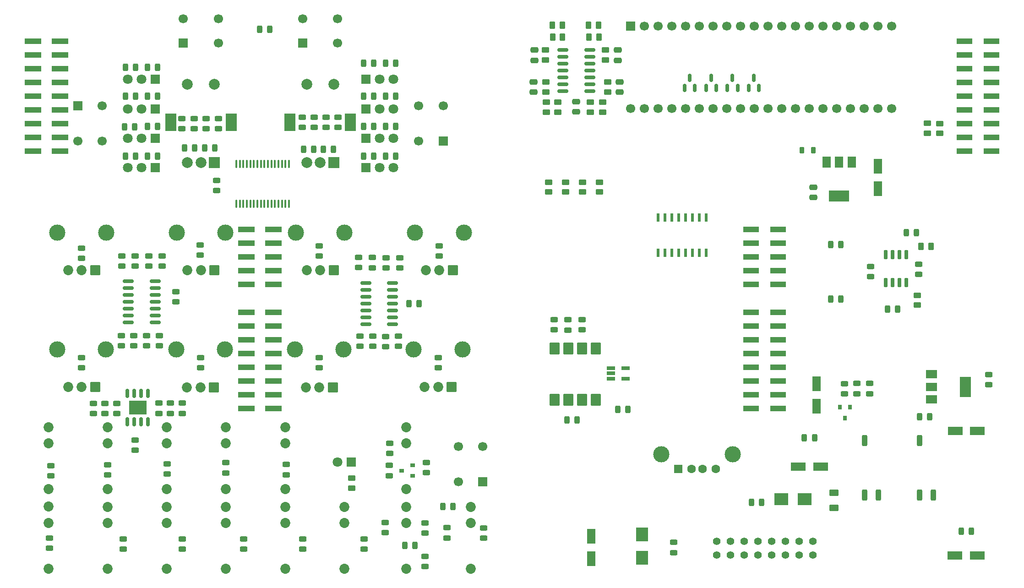
<source format=gts>
G04 #@! TF.GenerationSoftware,KiCad,Pcbnew,(6.0.10)*
G04 #@! TF.CreationDate,2023-01-30T20:43:58+00:00*
G04 #@! TF.ProjectId,fjol-daisy,666a6f6c-2d64-4616-9973-792e6b696361,rev?*
G04 #@! TF.SameCoordinates,Original*
G04 #@! TF.FileFunction,Soldermask,Top*
G04 #@! TF.FilePolarity,Negative*
%FSLAX46Y46*%
G04 Gerber Fmt 4.6, Leading zero omitted, Abs format (unit mm)*
G04 Created by KiCad (PCBNEW (6.0.10)) date 2023-01-30 20:43:58*
%MOMM*%
%LPD*%
G01*
G04 APERTURE LIST*
G04 Aperture macros list*
%AMRoundRect*
0 Rectangle with rounded corners*
0 $1 Rounding radius*
0 $2 $3 $4 $5 $6 $7 $8 $9 X,Y pos of 4 corners*
0 Add a 4 corners polygon primitive as box body*
4,1,4,$2,$3,$4,$5,$6,$7,$8,$9,$2,$3,0*
0 Add four circle primitives for the rounded corners*
1,1,$1+$1,$2,$3*
1,1,$1+$1,$4,$5*
1,1,$1+$1,$6,$7*
1,1,$1+$1,$8,$9*
0 Add four rect primitives between the rounded corners*
20,1,$1+$1,$2,$3,$4,$5,0*
20,1,$1+$1,$4,$5,$6,$7,0*
20,1,$1+$1,$6,$7,$8,$9,0*
20,1,$1+$1,$8,$9,$2,$3,0*%
G04 Aperture macros list end*
%ADD10RoundRect,0.250000X0.625000X-0.375000X0.625000X0.375000X-0.625000X0.375000X-0.625000X-0.375000X0*%
%ADD11RoundRect,0.243750X0.243750X0.456250X-0.243750X0.456250X-0.243750X-0.456250X0.243750X-0.456250X0*%
%ADD12RoundRect,0.150000X0.150000X-0.725000X0.150000X0.725000X-0.150000X0.725000X-0.150000X-0.725000X0*%
%ADD13RoundRect,0.137500X0.137500X-0.662500X0.137500X0.662500X-0.137500X0.662500X-0.137500X-0.662500X0*%
%ADD14RoundRect,0.150000X0.825000X0.150000X-0.825000X0.150000X-0.825000X-0.150000X0.825000X-0.150000X0*%
%ADD15RoundRect,0.243750X-0.456250X0.243750X-0.456250X-0.243750X0.456250X-0.243750X0.456250X0.243750X0*%
%ADD16RoundRect,0.250000X1.137500X0.550000X-1.137500X0.550000X-1.137500X-0.550000X1.137500X-0.550000X0*%
%ADD17RoundRect,0.243750X0.456250X-0.243750X0.456250X0.243750X-0.456250X0.243750X-0.456250X-0.243750X0*%
%ADD18RoundRect,0.250000X0.550000X-1.137500X0.550000X1.137500X-0.550000X1.137500X-0.550000X-1.137500X0*%
%ADD19RoundRect,0.243750X-0.243750X-0.456250X0.243750X-0.456250X0.243750X0.456250X-0.243750X0.456250X0*%
%ADD20RoundRect,0.250000X-0.550000X1.137500X-0.550000X-1.137500X0.550000X-1.137500X0.550000X1.137500X0*%
%ADD21R,2.500000X2.300000*%
%ADD22R,2.300000X2.500000*%
%ADD23R,1.560000X0.650000*%
%ADD24R,3.150000X1.000000*%
%ADD25R,3.000000X1.000000*%
%ADD26R,0.900000X0.800000*%
%ADD27R,1.500000X2.000000*%
%ADD28R,3.800000X2.000000*%
%ADD29R,2.000000X1.500000*%
%ADD30R,2.000000X3.800000*%
%ADD31RoundRect,0.101600X-0.800000X-1.000000X0.800000X-1.000000X0.800000X1.000000X-0.800000X1.000000X0*%
%ADD32RoundRect,0.101600X0.800000X1.000000X-0.800000X1.000000X-0.800000X-1.000000X0.800000X-1.000000X0*%
%ADD33R,0.800000X0.900000*%
%ADD34RoundRect,0.250000X-1.137500X-0.550000X1.137500X-0.550000X1.137500X0.550000X-1.137500X0.550000X0*%
%ADD35RoundRect,0.100000X0.100000X-0.637500X0.100000X0.637500X-0.100000X0.637500X-0.100000X-0.637500X0*%
%ADD36RoundRect,0.150000X-0.150000X0.662500X-0.150000X-0.662500X0.150000X-0.662500X0.150000X0.662500X0*%
%ADD37R,3.200000X2.514000*%
%ADD38RoundRect,0.250000X0.450000X-0.262500X0.450000X0.262500X-0.450000X0.262500X-0.450000X-0.262500X0*%
%ADD39RoundRect,0.150000X0.150000X-0.587500X0.150000X0.587500X-0.150000X0.587500X-0.150000X-0.587500X0*%
%ADD40RoundRect,0.250000X-0.450000X0.262500X-0.450000X-0.262500X0.450000X-0.262500X0.450000X0.262500X0*%
%ADD41RoundRect,0.250000X-0.262500X-0.450000X0.262500X-0.450000X0.262500X0.450000X-0.262500X0.450000X0*%
%ADD42RoundRect,0.250000X0.475000X-0.250000X0.475000X0.250000X-0.475000X0.250000X-0.475000X-0.250000X0*%
%ADD43RoundRect,0.250000X0.250000X-0.800000X0.250000X0.800000X-0.250000X0.800000X-0.250000X-0.800000X0*%
%ADD44RoundRect,0.218750X0.218750X0.381250X-0.218750X0.381250X-0.218750X-0.381250X0.218750X-0.381250X0*%
%ADD45RoundRect,0.250000X-0.475000X0.250000X-0.475000X-0.250000X0.475000X-0.250000X0.475000X0.250000X0*%
%ADD46RoundRect,0.150000X-0.825000X-0.150000X0.825000X-0.150000X0.825000X0.150000X-0.825000X0.150000X0*%
%ADD47RoundRect,0.250000X0.262500X0.450000X-0.262500X0.450000X-0.262500X-0.450000X0.262500X-0.450000X0*%
%ADD48C,1.853200*%
%ADD49RoundRect,0.101600X-0.825000X0.825000X-0.825000X-0.825000X0.825000X-0.825000X0.825000X0.825000X0*%
%ADD50C,2.997200*%
%ADD51R,1.700000X1.700000*%
%ADD52C,1.700000*%
%ADD53C,1.422400*%
%ADD54R,2.000000X2.000000*%
%ADD55C,2.000000*%
%ADD56R,2.000000X3.200000*%
%ADD57R,1.800000X1.800000*%
%ADD58C,1.800000*%
%ADD59R,1.600000X1.500000*%
%ADD60C,1.600000*%
%ADD61C,3.000000*%
G04 APERTURE END LIST*
D10*
X243370100Y-146088100D03*
X243370100Y-143288100D03*
D11*
X261061200Y-129235200D03*
X259186200Y-129235200D03*
D12*
X252984000Y-104429000D03*
X254254000Y-104429000D03*
X255524000Y-104429000D03*
X256794000Y-104429000D03*
X256794000Y-99279000D03*
X255524000Y-99279000D03*
X254254000Y-99279000D03*
X252984000Y-99279000D03*
D13*
X210905000Y-98875000D03*
X212175000Y-98875000D03*
X213445000Y-98875000D03*
X214715000Y-98875000D03*
X215985000Y-98875000D03*
X217255000Y-98875000D03*
X218525000Y-98875000D03*
X219795000Y-98875000D03*
X219795000Y-92375000D03*
X218525000Y-92375000D03*
X217255000Y-92375000D03*
X215985000Y-92375000D03*
X214715000Y-92375000D03*
X213445000Y-92375000D03*
X212175000Y-92375000D03*
X210905000Y-92375000D03*
D14*
X161776838Y-112111780D03*
X161776838Y-110841780D03*
X161776838Y-109571780D03*
X161776838Y-108301780D03*
X161776838Y-107031780D03*
X161776838Y-105761780D03*
X161776838Y-104491780D03*
X156826838Y-104491780D03*
X156826838Y-105761780D03*
X156826838Y-107031780D03*
X156826838Y-108301780D03*
X156826838Y-109571780D03*
X156826838Y-110841780D03*
X156826838Y-112111780D03*
D15*
X272034000Y-121388900D03*
X272034000Y-123263900D03*
D16*
X269905500Y-131826000D03*
X265780500Y-131826000D03*
D17*
X245322000Y-124951500D03*
X245322000Y-123076500D03*
D16*
X240887500Y-138425000D03*
X236762500Y-138425000D03*
D18*
X198500000Y-155450000D03*
X198500000Y-151325000D03*
D15*
X108613438Y-126721180D03*
X108613438Y-128596180D03*
X120725938Y-126708680D03*
X120725938Y-128583680D03*
X259080000Y-101043500D03*
X259080000Y-102918500D03*
D17*
X250190000Y-103299500D03*
X250190000Y-101424500D03*
D11*
X239787500Y-133100000D03*
X237912500Y-133100000D03*
X255137500Y-109325000D03*
X253262500Y-109325000D03*
D15*
X116299638Y-114245379D03*
X116299638Y-116120379D03*
X113962838Y-114194580D03*
X113962838Y-116069580D03*
D17*
X158023372Y-101659313D03*
X158023372Y-99784313D03*
X114216838Y-101356046D03*
X114216838Y-99481046D03*
D15*
X121688438Y-106121180D03*
X121688438Y-107996180D03*
D11*
X166663438Y-108296180D03*
X164788438Y-108296180D03*
D15*
X158124972Y-114296180D03*
X158124972Y-116171180D03*
X160478705Y-114351578D03*
X160478705Y-116226578D03*
D17*
X160580305Y-101676246D03*
X160580305Y-99801246D03*
X119195238Y-101374512D03*
X119195238Y-99499512D03*
D19*
X171064338Y-145830280D03*
X172939338Y-145830280D03*
D20*
X251550000Y-82937500D03*
X251550000Y-87062500D03*
D15*
X129286000Y-85524100D03*
X129286000Y-87399100D03*
D19*
X194007500Y-129794000D03*
X195882500Y-129794000D03*
D21*
X237925000Y-144425000D03*
X233625000Y-144425000D03*
D22*
X207937100Y-155277600D03*
X207937100Y-150977600D03*
D23*
X202175000Y-120250000D03*
X202175000Y-121200000D03*
X202175000Y-122150000D03*
X204875000Y-122150000D03*
X204875000Y-120250000D03*
D24*
X134730589Y-94591180D03*
X139780589Y-94591180D03*
X134730589Y-97131180D03*
X139780589Y-97131180D03*
X134730589Y-99671180D03*
X139780589Y-99671180D03*
X134730589Y-102211180D03*
X139780589Y-102211180D03*
X134730589Y-104751180D03*
X139780589Y-104751180D03*
D25*
X233078100Y-94595000D03*
X228038100Y-94595000D03*
X233078100Y-97135000D03*
X228038100Y-97135000D03*
X233078100Y-99675000D03*
X228038100Y-99675000D03*
X233078100Y-102215000D03*
X228038100Y-102215000D03*
X233078100Y-104755000D03*
X228038100Y-104755000D03*
D11*
X230012500Y-145050000D03*
X228137500Y-145050000D03*
D17*
X213715600Y-154313100D03*
X213715600Y-152438100D03*
D19*
X137200938Y-57546180D03*
X139075938Y-57546180D03*
D15*
X171811338Y-149733780D03*
X171811338Y-151608780D03*
D17*
X178605838Y-151642280D03*
X178605838Y-149767280D03*
D15*
X167760038Y-155037780D03*
X167760038Y-156912780D03*
D11*
X165905000Y-153030000D03*
X164030000Y-153030000D03*
D26*
X165488438Y-140121180D03*
X165488438Y-138221180D03*
X163488438Y-139171180D03*
D19*
X203430900Y-127812800D03*
X205305900Y-127812800D03*
D15*
X194221100Y-111290100D03*
X194221100Y-113165100D03*
D17*
X196824600Y-113131600D03*
X196824600Y-111256600D03*
D15*
X249986800Y-123065300D03*
X249986800Y-124940300D03*
D19*
X242775500Y-97409000D03*
X244650500Y-97409000D03*
D15*
X126273372Y-118286280D03*
X126273372Y-120161280D03*
X130988438Y-137708680D03*
X130988438Y-139583680D03*
X104310838Y-118286280D03*
X104310838Y-120161280D03*
X142088438Y-138046180D03*
X142088438Y-139921180D03*
X148238438Y-97596180D03*
X148238438Y-99471180D03*
X145204838Y-151799280D03*
X145204838Y-153674280D03*
X104310838Y-98046180D03*
X104310838Y-99921180D03*
X122916338Y-151799280D03*
X122916338Y-153674280D03*
X118636438Y-114228446D03*
X118636438Y-116103446D03*
X111626038Y-114211513D03*
X111626038Y-116086513D03*
D17*
X155466438Y-101642380D03*
X155466438Y-99767380D03*
X111727638Y-101337580D03*
X111727638Y-99462580D03*
D15*
X148235905Y-118286280D03*
X148235905Y-120161280D03*
X111994338Y-151799280D03*
X111994338Y-153674280D03*
X170198438Y-118286280D03*
X170198438Y-120161280D03*
X170413438Y-97621180D03*
X170413438Y-99496180D03*
X156507838Y-151799280D03*
X156507838Y-153674280D03*
X126188438Y-97446180D03*
X126188438Y-99321180D03*
X134219338Y-151799280D03*
X134219338Y-153674280D03*
X155771238Y-114314646D03*
X155771238Y-116189646D03*
X162832438Y-114333112D03*
X162832438Y-116208112D03*
D17*
X163137238Y-101693179D03*
X163137238Y-99818179D03*
X116706038Y-101392978D03*
X116706038Y-99517978D03*
D19*
X160463438Y-63846180D03*
X162338438Y-63846180D03*
X156438438Y-63846180D03*
X158313438Y-63846180D03*
D17*
X167810838Y-150689780D03*
X167810838Y-148814780D03*
X98638438Y-140146180D03*
X98638438Y-138271180D03*
X98338438Y-153496180D03*
X98338438Y-151621180D03*
D19*
X160463438Y-69946180D03*
X162338438Y-69946180D03*
X156438438Y-69946180D03*
X158313438Y-69946180D03*
D17*
X167988438Y-139571180D03*
X167988438Y-137696180D03*
X161238438Y-136021180D03*
X161238438Y-134146180D03*
D14*
X117898338Y-111730780D03*
X117898338Y-110460780D03*
X117898338Y-109190780D03*
X117898338Y-107920780D03*
X117898338Y-106650780D03*
X117898338Y-105380780D03*
X117898338Y-104110780D03*
X112948338Y-104110780D03*
X112948338Y-105380780D03*
X112948338Y-106650780D03*
X112948338Y-107920780D03*
X112948338Y-109190780D03*
X112948338Y-110460780D03*
X112948338Y-111730780D03*
D27*
X246650000Y-82125000D03*
X244350000Y-82125000D03*
D28*
X244350000Y-88425000D03*
D27*
X242050000Y-82125000D03*
D29*
X261390600Y-121372600D03*
D30*
X267690600Y-123672600D03*
D29*
X261390600Y-123672600D03*
X261390600Y-125972600D03*
D31*
X191744600Y-126093100D03*
X194284600Y-126093100D03*
X196824600Y-126093100D03*
X199364600Y-126093100D03*
D32*
X199364600Y-116553100D03*
X196824600Y-116553100D03*
X194284600Y-116553100D03*
X191744600Y-116553100D03*
D33*
X246364800Y-127473200D03*
X244464800Y-127473200D03*
X245414800Y-129473200D03*
D17*
X247650000Y-124940300D03*
X247650000Y-123065300D03*
D19*
X160463438Y-75521180D03*
X162338438Y-75521180D03*
D11*
X158313438Y-75521180D03*
X156438438Y-75521180D03*
D34*
X265755100Y-154838400D03*
X269880100Y-154838400D03*
D19*
X266880100Y-150368000D03*
X268755100Y-150368000D03*
D20*
X240172000Y-123126500D03*
X240172000Y-127251500D03*
D24*
X134730589Y-109931180D03*
X139780589Y-109931180D03*
X134730589Y-112471180D03*
X139780589Y-112471180D03*
X134730589Y-115011180D03*
X139780589Y-115011180D03*
X134730589Y-117551180D03*
X139780589Y-117551180D03*
X134730589Y-120091180D03*
X139780589Y-120091180D03*
X134730589Y-122631180D03*
X139780589Y-122631180D03*
X134730589Y-125171180D03*
X139780589Y-125171180D03*
X134730589Y-127711180D03*
X139780589Y-127711180D03*
D25*
X233078100Y-109935000D03*
X228038100Y-109935000D03*
X233078100Y-112475000D03*
X228038100Y-112475000D03*
X233078100Y-115015000D03*
X228038100Y-115015000D03*
X233078100Y-117555000D03*
X228038100Y-117555000D03*
X233078100Y-120095000D03*
X228038100Y-120095000D03*
X233078100Y-122635000D03*
X228038100Y-122635000D03*
X233078100Y-125175000D03*
X228038100Y-125175000D03*
X233078100Y-127715000D03*
X228038100Y-127715000D03*
D24*
X100338838Y-80107780D03*
X95288838Y-80107780D03*
X100338838Y-77567780D03*
X95288838Y-77567780D03*
X100338838Y-75027780D03*
X95288838Y-75027780D03*
X100338838Y-72487780D03*
X95288838Y-72487780D03*
X100338838Y-69947780D03*
X95288838Y-69947780D03*
X100338838Y-67407780D03*
X95288838Y-67407780D03*
X100338838Y-64867780D03*
X95288838Y-64867780D03*
X100338838Y-62327780D03*
X95288838Y-62327780D03*
X100338838Y-59787780D03*
X95288838Y-59787780D03*
D25*
X267476600Y-80111600D03*
X272516600Y-80111600D03*
X267476600Y-77571600D03*
X272516600Y-77571600D03*
X267476600Y-75031600D03*
X272516600Y-75031600D03*
X267476600Y-72491600D03*
X272516600Y-72491600D03*
X267476600Y-69951600D03*
X272516600Y-69951600D03*
X267476600Y-67411600D03*
X272516600Y-67411600D03*
X267476600Y-64871600D03*
X272516600Y-64871600D03*
X267476600Y-62331600D03*
X272516600Y-62331600D03*
X267476600Y-59791600D03*
X272516600Y-59791600D03*
D17*
X161213438Y-140096180D03*
X161213438Y-138221180D03*
X160394038Y-150613580D03*
X160394038Y-148738580D03*
X191681100Y-113131600D03*
X191681100Y-111256600D03*
D19*
X242775500Y-107442000D03*
X244650500Y-107442000D03*
D11*
X258637500Y-95200000D03*
X256762500Y-95200000D03*
D19*
X148963438Y-79746180D03*
X150838438Y-79746180D03*
D11*
X147188438Y-79746180D03*
X145313438Y-79746180D03*
D19*
X127063438Y-79496180D03*
X128938438Y-79496180D03*
D11*
X125163438Y-79496180D03*
X123288438Y-79496180D03*
D17*
X151688438Y-75696180D03*
X151688438Y-73821180D03*
X149488438Y-75696180D03*
X149488438Y-73821180D03*
X147288438Y-75696180D03*
X147288438Y-73821180D03*
D15*
X145088438Y-73821180D03*
X145088438Y-75696180D03*
D17*
X129588438Y-75946180D03*
X129588438Y-74071180D03*
X127338438Y-75946180D03*
X127338438Y-74071180D03*
X125088438Y-75946180D03*
X125088438Y-74071180D03*
D15*
X122838438Y-74071180D03*
X122838438Y-75946180D03*
D19*
X160463438Y-81046180D03*
X162338438Y-81046180D03*
D11*
X158313438Y-81046180D03*
X156438438Y-81046180D03*
D17*
X106463438Y-128596180D03*
X106463438Y-126721180D03*
D15*
X109113438Y-138083680D03*
X109113438Y-139958680D03*
D17*
X122863438Y-128583680D03*
X122863438Y-126708680D03*
D15*
X120100938Y-137933680D03*
X120100938Y-139808680D03*
X110763438Y-126721180D03*
X110763438Y-128596180D03*
X118588438Y-126708680D03*
X118588438Y-128583680D03*
D11*
X114263438Y-64571180D03*
X112388438Y-64571180D03*
X118363438Y-64571180D03*
X116488438Y-64571180D03*
X114263438Y-69946180D03*
X112388438Y-69946180D03*
X118363438Y-69946180D03*
X116488438Y-69946180D03*
X114069100Y-75590400D03*
X112194100Y-75590400D03*
X118363438Y-75521180D03*
X116488438Y-75521180D03*
X114263438Y-81046180D03*
X112388438Y-81046180D03*
X118363438Y-81046180D03*
X116488438Y-81046180D03*
D35*
X132894600Y-89869300D03*
X133544600Y-89869300D03*
X134194600Y-89869300D03*
X134844600Y-89869300D03*
X135494600Y-89869300D03*
X136144600Y-89869300D03*
X136794600Y-89869300D03*
X137444600Y-89869300D03*
X138094600Y-89869300D03*
X138744600Y-89869300D03*
X139394600Y-89869300D03*
X140044600Y-89869300D03*
X140694600Y-89869300D03*
X141344600Y-89869300D03*
X141994600Y-89869300D03*
X142644600Y-89869300D03*
X142644600Y-82444300D03*
X141994600Y-82444300D03*
X141344600Y-82444300D03*
X140694600Y-82444300D03*
X140044600Y-82444300D03*
X139394600Y-82444300D03*
X138744600Y-82444300D03*
X138094600Y-82444300D03*
X137444600Y-82444300D03*
X136794600Y-82444300D03*
X136144600Y-82444300D03*
X135494600Y-82444300D03*
X134844600Y-82444300D03*
X134194600Y-82444300D03*
X133544600Y-82444300D03*
X132894600Y-82444300D03*
D17*
X114188438Y-135396180D03*
X114188438Y-133521180D03*
D36*
X116568438Y-124858680D03*
X115298438Y-124858680D03*
X114028438Y-124858680D03*
X112758438Y-124858680D03*
X112758438Y-130133680D03*
X114028438Y-130133680D03*
X115298438Y-130133680D03*
X116568438Y-130133680D03*
D37*
X114663438Y-127496180D03*
D38*
X262925000Y-76812500D03*
X262925000Y-74987500D03*
D39*
X219725000Y-68412500D03*
X221625000Y-68412500D03*
X220675000Y-66537500D03*
D40*
X190075000Y-61417500D03*
X190075000Y-63242500D03*
D41*
X198025000Y-56825000D03*
X199850000Y-56825000D03*
X259512500Y-97700000D03*
X261337500Y-97700000D03*
D38*
X201525000Y-69142500D03*
X201525000Y-67317500D03*
D40*
X190175000Y-71062500D03*
X190175000Y-72887500D03*
X200600000Y-71062500D03*
X200600000Y-72887500D03*
X198325000Y-71062500D03*
X198325000Y-72887500D03*
D38*
X258800000Y-108587500D03*
X258800000Y-106762500D03*
D40*
X193808333Y-85837500D03*
X193808333Y-87662500D03*
D38*
X190125000Y-69142500D03*
X190125000Y-67317500D03*
D40*
X190675000Y-85837500D03*
X190675000Y-87662500D03*
D42*
X187850000Y-69200000D03*
X187850000Y-67300000D03*
X195725000Y-72825000D03*
X195725000Y-70925000D03*
D41*
X198087500Y-59025000D03*
X199912500Y-59025000D03*
D39*
X215775000Y-68412500D03*
X217675000Y-68412500D03*
X216725000Y-66537500D03*
D40*
X196941666Y-85837500D03*
X196941666Y-87662500D03*
D42*
X203750000Y-69200000D03*
X203750000Y-67300000D03*
D38*
X154200000Y-142405000D03*
X154200000Y-140580000D03*
D40*
X260625000Y-74962500D03*
X260625000Y-76787500D03*
D43*
X249047000Y-143713200D03*
X251587000Y-143713200D03*
X259207000Y-143713200D03*
X261747000Y-143713200D03*
X259207000Y-133613200D03*
X249047000Y-133613200D03*
D40*
X200075000Y-85837500D03*
X200075000Y-87662500D03*
X201150000Y-61417500D03*
X201150000Y-63242500D03*
D44*
X239562500Y-79975000D03*
X237437500Y-79975000D03*
D45*
X203425000Y-61400000D03*
X203425000Y-63300000D03*
D42*
X239550000Y-88650000D03*
X239550000Y-86750000D03*
D46*
X193300000Y-61415000D03*
X193300000Y-62685000D03*
X193300000Y-63955000D03*
X193300000Y-65225000D03*
X193300000Y-66495000D03*
X193300000Y-67765000D03*
X193300000Y-69035000D03*
X198250000Y-69035000D03*
X198250000Y-67765000D03*
X198250000Y-66495000D03*
X198250000Y-65225000D03*
X198250000Y-63955000D03*
X198250000Y-62685000D03*
X198250000Y-61415000D03*
D39*
X223675000Y-68412500D03*
X225575000Y-68412500D03*
X224625000Y-66537500D03*
X227625000Y-68412500D03*
X229525000Y-68412500D03*
X228575000Y-66537500D03*
D47*
X193187500Y-59025000D03*
X191362500Y-59025000D03*
X193137500Y-56825000D03*
X191312500Y-56825000D03*
D40*
X192300000Y-71062500D03*
X192300000Y-72887500D03*
D45*
X188025000Y-61400000D03*
X188025000Y-63300000D03*
D48*
X141912082Y-157358929D03*
X141912082Y-148858929D03*
X141912082Y-145858929D03*
X109100602Y-157358929D03*
X109100602Y-148858929D03*
X109100602Y-145858929D03*
X152849242Y-157358929D03*
X152849242Y-148858929D03*
X152849242Y-145858929D03*
X120037762Y-157358929D03*
X120037762Y-148858929D03*
X120037762Y-145858929D03*
X130974922Y-157358929D03*
X130974922Y-148858929D03*
X130974922Y-145858929D03*
X98163438Y-142626929D03*
X98163438Y-134126929D03*
X98163438Y-131126929D03*
X164286402Y-142626929D03*
X164286402Y-134126929D03*
X164286402Y-131126929D03*
X98163438Y-157346180D03*
X98163438Y-148846180D03*
X98163438Y-145846180D03*
X130974922Y-142626929D03*
X130974922Y-134126929D03*
X130974922Y-131126929D03*
X141912082Y-142626929D03*
X141912082Y-134126929D03*
X141912082Y-131126929D03*
D49*
X172700338Y-123732280D03*
D48*
X170200338Y-123732280D03*
X167700338Y-123732280D03*
D50*
X174700338Y-116732280D03*
X165700338Y-116732280D03*
D49*
X128768338Y-123795780D03*
D48*
X126268338Y-123795780D03*
X123768338Y-123795780D03*
D50*
X130768338Y-116795780D03*
X121768338Y-116795780D03*
D49*
X150734338Y-123795780D03*
D48*
X148234338Y-123795780D03*
X145734338Y-123795780D03*
D50*
X152734338Y-116795780D03*
X143734338Y-116795780D03*
D51*
X178473562Y-141246180D03*
D52*
X178473562Y-134746180D03*
X173973562Y-141246180D03*
X173973562Y-134746180D03*
D49*
X106802338Y-123747280D03*
D48*
X104302338Y-123747280D03*
X101802338Y-123747280D03*
D50*
X108802338Y-116747280D03*
X99802338Y-116747280D03*
D48*
X176223562Y-157358929D03*
X176223562Y-148858929D03*
X176223562Y-145858929D03*
X164286402Y-157358929D03*
X164286402Y-148858929D03*
X164286402Y-145858929D03*
D53*
X221698404Y-152196800D03*
X221698404Y-154736800D03*
X224238404Y-152196800D03*
X224238404Y-154736800D03*
X226778404Y-152196800D03*
X226778404Y-154736800D03*
X229318404Y-152196800D03*
X229318404Y-154736800D03*
X231858404Y-152196800D03*
X231858404Y-154736800D03*
X234398404Y-152196800D03*
X234398404Y-154736800D03*
X236938404Y-152196800D03*
X236938404Y-154736800D03*
X239478404Y-152196800D03*
X239478404Y-154736800D03*
D51*
X123103372Y-60096180D03*
D52*
X129603372Y-60096180D03*
X123103372Y-55596180D03*
X129603372Y-55596180D03*
D54*
X150895905Y-82246180D03*
D55*
X145895905Y-82246180D03*
X148395905Y-82246180D03*
D56*
X153995905Y-74746180D03*
X142795905Y-74746180D03*
D55*
X145895905Y-67746180D03*
X150895905Y-67746180D03*
D54*
X128853372Y-82246180D03*
D55*
X123853372Y-82246180D03*
X126353372Y-82246180D03*
D56*
X120753372Y-74746180D03*
X131953372Y-74746180D03*
D55*
X123853372Y-67746180D03*
X128853372Y-67746180D03*
D48*
X120037762Y-142626929D03*
X120037762Y-134126929D03*
X120037762Y-131126929D03*
X109100602Y-142626929D03*
X109100602Y-134126929D03*
X109100602Y-131126929D03*
D57*
X156867172Y-66821180D03*
D58*
X159407172Y-66821180D03*
X161947172Y-66821180D03*
D57*
X156867172Y-72271180D03*
D58*
X159407172Y-72271180D03*
X161947172Y-72271180D03*
D57*
X156867172Y-77721180D03*
D58*
X159407172Y-77721180D03*
X161947172Y-77721180D03*
D57*
X156867172Y-83171180D03*
D58*
X159407172Y-83171180D03*
X161947172Y-83171180D03*
D57*
X117882105Y-66821180D03*
D58*
X115342105Y-66821180D03*
X112802105Y-66821180D03*
D57*
X117882105Y-72271180D03*
D58*
X115342105Y-72271180D03*
X112802105Y-72271180D03*
D57*
X117882105Y-77721180D03*
D58*
X115342105Y-77721180D03*
X112802105Y-77721180D03*
D57*
X117882105Y-83171180D03*
D58*
X115342105Y-83171180D03*
X112802105Y-83171180D03*
D51*
X145145905Y-60096180D03*
D52*
X151645905Y-60096180D03*
X145145905Y-55596180D03*
X151645905Y-55596180D03*
D49*
X128853373Y-102133480D03*
D48*
X126353373Y-102133480D03*
X123853373Y-102133480D03*
D50*
X130853373Y-95133480D03*
X121853373Y-95133480D03*
D49*
X150895905Y-102133480D03*
D48*
X148395905Y-102133480D03*
X145895905Y-102133480D03*
D50*
X152895905Y-95133480D03*
X143895905Y-95133480D03*
D49*
X106810838Y-102133480D03*
D48*
X104310838Y-102133480D03*
X101810838Y-102133480D03*
D50*
X108810838Y-95133480D03*
X99810838Y-95133480D03*
D49*
X172938438Y-102133480D03*
D48*
X170438438Y-102133480D03*
X167938438Y-102133480D03*
D50*
X174938438Y-95133480D03*
X165938438Y-95133480D03*
D51*
X205775000Y-57022500D03*
D52*
X208315000Y-57022500D03*
X210855000Y-57022500D03*
X213395000Y-57022500D03*
X215935000Y-57022500D03*
X218475000Y-57022500D03*
X221015000Y-57022500D03*
X223555000Y-57022500D03*
X226095000Y-57022500D03*
X228635000Y-57022500D03*
X231175000Y-57022500D03*
X233715000Y-57022500D03*
X236255000Y-57022500D03*
X238795000Y-57022500D03*
X241335000Y-57022500D03*
X243875000Y-57022500D03*
X246415000Y-57022500D03*
X248955000Y-57022500D03*
X251495000Y-57022500D03*
X254035000Y-57022500D03*
X254035000Y-72262500D03*
X251495000Y-72262500D03*
X248955000Y-72262500D03*
X246415000Y-72262500D03*
X243875000Y-72262500D03*
X241335000Y-72262500D03*
X238795000Y-72262500D03*
X236255000Y-72262500D03*
X233715000Y-72262500D03*
X231175000Y-72262500D03*
X228635000Y-72262500D03*
X226095000Y-72262500D03*
X223555000Y-72262500D03*
X221015000Y-72262500D03*
X218475000Y-72262500D03*
X215935000Y-72262500D03*
X213395000Y-72262500D03*
X210855000Y-72262500D03*
X208315000Y-72262500D03*
X205775000Y-72262500D03*
D59*
X214570000Y-138880000D03*
D60*
X217070000Y-138880000D03*
X219070000Y-138880000D03*
X221570000Y-138880000D03*
D61*
X211500000Y-136170000D03*
X224640000Y-136170000D03*
D57*
X154124242Y-137575000D03*
D58*
X151584242Y-137575000D03*
D51*
X171132077Y-78246180D03*
D52*
X171132077Y-71746180D03*
X166632077Y-78246180D03*
X166632077Y-71746180D03*
D51*
X103617200Y-71746180D03*
D52*
X103617200Y-78246180D03*
X108117200Y-71746180D03*
X108117200Y-78246180D03*
M02*

</source>
